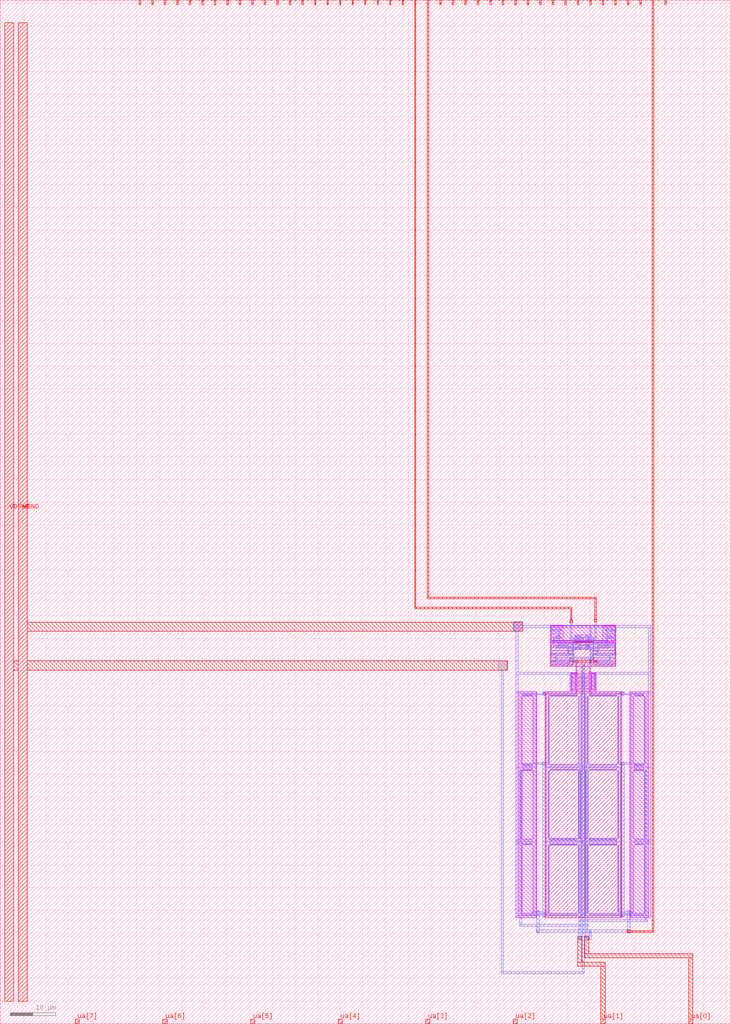
<source format=lef>
VERSION 5.7 ;
  NOWIREEXTENSIONATPIN ON ;
  DIVIDERCHAR "/" ;
  BUSBITCHARS "[]" ;
MACRO time_domain_comparator_its
  CLASS BLOCK ;
  FOREIGN time_domain_comparator_its ;
  ORIGIN 0.000 0.000 ;
  SIZE 161.000 BY 225.760 ;
  PIN clk
    DIRECTION INPUT ;
    USE SIGNAL ;
    ANTENNAGATEAREA 240.000000 ;
    PORT
      LAYER met4 ;
        RECT 143.830 224.760 144.130 225.760 ;
    END
  END clk
  PIN ena
    DIRECTION INPUT ;
    USE SIGNAL ;
    PORT
      LAYER met4 ;
        RECT 146.590 224.760 146.890 225.760 ;
    END
  END ena
  PIN rst_n
    DIRECTION INPUT ;
    USE SIGNAL ;
    PORT
      LAYER met4 ;
        RECT 141.070 224.760 141.370 225.760 ;
    END
  END rst_n
  PIN ua[0]
    DIRECTION INOUT ;
    USE SIGNAL ;
    ANTENNAGATEAREA 120.000000 ;
    PORT
      LAYER met4 ;
        RECT 151.810 0.000 152.710 1.000 ;
    END
  END ua[0]
  PIN ua[1]
    DIRECTION INOUT ;
    USE SIGNAL ;
    ANTENNAGATEAREA 120.000000 ;
    PORT
      LAYER met4 ;
        RECT 132.490 0.000 133.390 1.000 ;
    END
  END ua[1]
  PIN ua[2]
    DIRECTION INOUT ;
    USE SIGNAL ;
    PORT
      LAYER met4 ;
        RECT 113.170 0.000 114.070 1.000 ;
    END
  END ua[2]
  PIN ua[3]
    DIRECTION INOUT ;
    USE SIGNAL ;
    PORT
      LAYER met4 ;
        RECT 93.850 0.000 94.750 1.000 ;
    END
  END ua[3]
  PIN ua[4]
    DIRECTION INOUT ;
    USE SIGNAL ;
    PORT
      LAYER met4 ;
        RECT 74.530 0.000 75.430 1.000 ;
    END
  END ua[4]
  PIN ua[5]
    DIRECTION INOUT ;
    USE SIGNAL ;
    PORT
      LAYER met4 ;
        RECT 55.210 0.000 56.110 1.000 ;
    END
  END ua[5]
  PIN ua[6]
    DIRECTION INOUT ;
    USE SIGNAL ;
    PORT
      LAYER met4 ;
        RECT 35.890 0.000 36.790 1.000 ;
    END
  END ua[6]
  PIN ua[7]
    DIRECTION INOUT ;
    USE SIGNAL ;
    PORT
      LAYER met4 ;
        RECT 16.570 0.000 17.470 1.000 ;
    END
  END ua[7]
  PIN ui_in[0]
    DIRECTION INPUT ;
    USE SIGNAL ;
    PORT
      LAYER met4 ;
        RECT 138.310 224.760 138.610 225.760 ;
    END
  END ui_in[0]
  PIN ui_in[1]
    DIRECTION INPUT ;
    USE SIGNAL ;
    PORT
      LAYER met4 ;
        RECT 135.550 224.760 135.850 225.760 ;
    END
  END ui_in[1]
  PIN ui_in[2]
    DIRECTION INPUT ;
    USE SIGNAL ;
    PORT
      LAYER met4 ;
        RECT 132.790 224.760 133.090 225.760 ;
    END
  END ui_in[2]
  PIN ui_in[3]
    DIRECTION INPUT ;
    USE SIGNAL ;
    PORT
      LAYER met4 ;
        RECT 130.030 224.760 130.330 225.760 ;
    END
  END ui_in[3]
  PIN ui_in[4]
    DIRECTION INPUT ;
    USE SIGNAL ;
    PORT
      LAYER met4 ;
        RECT 127.270 224.760 127.570 225.760 ;
    END
  END ui_in[4]
  PIN ui_in[5]
    DIRECTION INPUT ;
    USE SIGNAL ;
    PORT
      LAYER met4 ;
        RECT 124.510 224.760 124.810 225.760 ;
    END
  END ui_in[5]
  PIN ui_in[6]
    DIRECTION INPUT ;
    USE SIGNAL ;
    PORT
      LAYER met4 ;
        RECT 121.750 224.760 122.050 225.760 ;
    END
  END ui_in[6]
  PIN ui_in[7]
    DIRECTION INPUT ;
    USE SIGNAL ;
    PORT
      LAYER met4 ;
        RECT 118.990 224.760 119.290 225.760 ;
    END
  END ui_in[7]
  PIN uio_in[0]
    DIRECTION INPUT ;
    USE SIGNAL ;
    PORT
      LAYER met4 ;
        RECT 116.230 224.760 116.530 225.760 ;
    END
  END uio_in[0]
  PIN uio_in[1]
    DIRECTION INPUT ;
    USE SIGNAL ;
    PORT
      LAYER met4 ;
        RECT 113.470 224.760 113.770 225.760 ;
    END
  END uio_in[1]
  PIN uio_in[2]
    DIRECTION INPUT ;
    USE SIGNAL ;
    PORT
      LAYER met4 ;
        RECT 110.710 224.760 111.010 225.760 ;
    END
  END uio_in[2]
  PIN uio_in[3]
    DIRECTION INPUT ;
    USE SIGNAL ;
    PORT
      LAYER met4 ;
        RECT 107.950 224.760 108.250 225.760 ;
    END
  END uio_in[3]
  PIN uio_in[4]
    DIRECTION INPUT ;
    USE SIGNAL ;
    PORT
      LAYER met4 ;
        RECT 105.190 224.760 105.490 225.760 ;
    END
  END uio_in[4]
  PIN uio_in[5]
    DIRECTION INPUT ;
    USE SIGNAL ;
    PORT
      LAYER met4 ;
        RECT 102.430 224.760 102.730 225.760 ;
    END
  END uio_in[5]
  PIN uio_in[6]
    DIRECTION INPUT ;
    USE SIGNAL ;
    PORT
      LAYER met4 ;
        RECT 99.670 224.760 99.970 225.760 ;
    END
  END uio_in[6]
  PIN uio_in[7]
    DIRECTION INPUT ;
    USE SIGNAL ;
    PORT
      LAYER met4 ;
        RECT 96.910 224.760 97.210 225.760 ;
    END
  END uio_in[7]
  PIN uio_oe[0]
    DIRECTION OUTPUT ;
    USE SIGNAL ;
    PORT
      LAYER met4 ;
        RECT 49.990 224.760 50.290 225.760 ;
    END
  END uio_oe[0]
  PIN uio_oe[1]
    DIRECTION OUTPUT ;
    USE SIGNAL ;
    PORT
      LAYER met4 ;
        RECT 47.230 224.760 47.530 225.760 ;
    END
  END uio_oe[1]
  PIN uio_oe[2]
    DIRECTION OUTPUT ;
    USE SIGNAL ;
    PORT
      LAYER met4 ;
        RECT 44.470 224.760 44.770 225.760 ;
    END
  END uio_oe[2]
  PIN uio_oe[3]
    DIRECTION OUTPUT ;
    USE SIGNAL ;
    PORT
      LAYER met4 ;
        RECT 41.710 224.760 42.010 225.760 ;
    END
  END uio_oe[3]
  PIN uio_oe[4]
    DIRECTION OUTPUT ;
    USE SIGNAL ;
    PORT
      LAYER met4 ;
        RECT 38.950 224.760 39.250 225.760 ;
    END
  END uio_oe[4]
  PIN uio_oe[5]
    DIRECTION OUTPUT ;
    USE SIGNAL ;
    PORT
      LAYER met4 ;
        RECT 36.190 224.760 36.490 225.760 ;
    END
  END uio_oe[5]
  PIN uio_oe[6]
    DIRECTION OUTPUT ;
    USE SIGNAL ;
    PORT
      LAYER met4 ;
        RECT 33.430 224.760 33.730 225.760 ;
    END
  END uio_oe[6]
  PIN uio_oe[7]
    DIRECTION OUTPUT ;
    USE SIGNAL ;
    PORT
      LAYER met4 ;
        RECT 30.670 224.760 30.970 225.760 ;
    END
  END uio_oe[7]
  PIN uio_out[0]
    DIRECTION OUTPUT ;
    USE SIGNAL ;
    PORT
      LAYER met4 ;
        RECT 72.070 224.760 72.370 225.760 ;
    END
  END uio_out[0]
  PIN uio_out[1]
    DIRECTION OUTPUT ;
    USE SIGNAL ;
    PORT
      LAYER met4 ;
        RECT 69.310 224.760 69.610 225.760 ;
    END
  END uio_out[1]
  PIN uio_out[2]
    DIRECTION OUTPUT ;
    USE SIGNAL ;
    PORT
      LAYER met4 ;
        RECT 66.550 224.760 66.850 225.760 ;
    END
  END uio_out[2]
  PIN uio_out[3]
    DIRECTION OUTPUT ;
    USE SIGNAL ;
    PORT
      LAYER met4 ;
        RECT 63.790 224.760 64.090 225.760 ;
    END
  END uio_out[3]
  PIN uio_out[4]
    DIRECTION OUTPUT ;
    USE SIGNAL ;
    PORT
      LAYER met4 ;
        RECT 61.030 224.760 61.330 225.760 ;
    END
  END uio_out[4]
  PIN uio_out[5]
    DIRECTION OUTPUT ;
    USE SIGNAL ;
    PORT
      LAYER met4 ;
        RECT 58.270 224.760 58.570 225.760 ;
    END
  END uio_out[5]
  PIN uio_out[6]
    DIRECTION OUTPUT ;
    USE SIGNAL ;
    PORT
      LAYER met4 ;
        RECT 55.510 224.760 55.810 225.760 ;
    END
  END uio_out[6]
  PIN uio_out[7]
    DIRECTION OUTPUT ;
    USE SIGNAL ;
    PORT
      LAYER met4 ;
        RECT 52.750 224.760 53.050 225.760 ;
    END
  END uio_out[7]
  PIN uo_out[0]
    DIRECTION OUTPUT ;
    USE SIGNAL ;
    ANTENNAGATEAREA 0.247500 ;
    ANTENNADIFFAREA 0.439000 ;
    PORT
      LAYER met4 ;
        RECT 94.150 224.760 94.450 225.760 ;
    END
  END uo_out[0]
  PIN uo_out[1]
    DIRECTION OUTPUT ;
    USE SIGNAL ;
    ANTENNAGATEAREA 0.247500 ;
    ANTENNADIFFAREA 0.439000 ;
    PORT
      LAYER met4 ;
        RECT 91.390 224.760 91.690 225.760 ;
    END
  END uo_out[1]
  PIN uo_out[2]
    DIRECTION OUTPUT ;
    USE SIGNAL ;
    PORT
      LAYER met4 ;
        RECT 88.630 224.760 88.930 225.760 ;
    END
  END uo_out[2]
  PIN uo_out[3]
    DIRECTION OUTPUT ;
    USE SIGNAL ;
    PORT
      LAYER met4 ;
        RECT 85.870 224.760 86.170 225.760 ;
    END
  END uo_out[3]
  PIN uo_out[4]
    DIRECTION OUTPUT ;
    USE SIGNAL ;
    PORT
      LAYER met4 ;
        RECT 83.110 224.760 83.410 225.760 ;
    END
  END uo_out[4]
  PIN uo_out[5]
    DIRECTION OUTPUT ;
    USE SIGNAL ;
    PORT
      LAYER met4 ;
        RECT 80.350 224.760 80.650 225.760 ;
    END
  END uo_out[5]
  PIN uo_out[6]
    DIRECTION OUTPUT ;
    USE SIGNAL ;
    PORT
      LAYER met4 ;
        RECT 77.590 224.760 77.890 225.760 ;
    END
  END uo_out[6]
  PIN uo_out[7]
    DIRECTION OUTPUT ;
    USE SIGNAL ;
    PORT
      LAYER met4 ;
        RECT 74.830 224.760 75.130 225.760 ;
    END
  END uo_out[7]
  PIN VDPWR
    DIRECTION INOUT ;
    USE POWER ;
    PORT
      LAYER met4 ;
        RECT 1.000 5.000 3.000 220.760 ;
    END
  END VDPWR
  PIN VGND
    DIRECTION INOUT ;
    USE GROUND ;
    PORT
      LAYER met4 ;
        RECT 4.000 5.000 6.000 220.760 ;
    END
  END VGND
  OBS
      LAYER pwell ;
        RECT 121.335 87.745 124.435 87.845 ;
        RECT 132.665 87.745 135.765 87.845 ;
        RECT 121.335 84.425 135.765 87.745 ;
        RECT 121.335 84.155 124.435 84.425 ;
      LAYER nwell ;
        RECT 126.525 84.155 130.575 84.220 ;
      LAYER pwell ;
        RECT 132.665 84.155 135.765 84.425 ;
      LAYER nwell ;
        RECT 121.335 78.885 135.765 84.155 ;
      LAYER pwell ;
        RECT 125.780 77.390 125.950 77.415 ;
        RECT 125.780 77.245 126.880 77.390 ;
        RECT 125.970 73.520 126.880 77.245 ;
      LAYER nwell ;
        RECT 127.170 73.250 130.000 78.885 ;
      LAYER pwell ;
        RECT 131.220 77.390 131.390 77.415 ;
        RECT 130.290 77.245 131.390 77.390 ;
        RECT 130.290 73.520 131.200 77.245 ;
        RECT 114.240 23.425 118.340 73.245 ;
      LAYER nwell ;
        RECT 120.160 23.430 137.035 73.250 ;
      LAYER pwell ;
        RECT 138.855 23.425 142.955 73.245 ;
      LAYER li1 ;
        RECT 121.515 87.495 124.255 87.665 ;
        RECT 121.515 86.085 121.685 87.495 ;
        RECT 122.025 86.625 122.195 86.955 ;
        RECT 122.365 86.925 123.405 87.095 ;
        RECT 122.365 86.485 123.405 86.655 ;
        RECT 123.575 86.625 123.745 86.955 ;
        RECT 124.085 86.085 124.255 87.495 ;
        RECT 121.515 85.915 124.255 86.085 ;
        RECT 121.515 84.505 121.685 85.915 ;
        RECT 122.025 85.045 122.195 85.375 ;
        RECT 122.365 85.345 123.405 85.515 ;
        RECT 122.365 84.905 123.405 85.075 ;
        RECT 123.575 85.045 123.745 85.375 ;
        RECT 124.085 84.505 124.255 85.915 ;
        RECT 132.845 87.495 135.585 87.665 ;
        RECT 132.845 86.085 133.015 87.495 ;
        RECT 133.355 86.625 133.525 86.955 ;
        RECT 133.695 86.925 134.735 87.095 ;
        RECT 133.695 86.485 134.735 86.655 ;
        RECT 134.905 86.625 135.075 86.955 ;
        RECT 135.415 86.085 135.585 87.495 ;
        RECT 132.845 85.915 135.585 86.085 ;
        RECT 126.715 85.440 128.095 85.610 ;
        RECT 129.005 85.440 130.385 85.610 ;
        RECT 126.800 84.640 127.110 85.440 ;
        RECT 127.315 84.640 128.010 85.270 ;
        RECT 129.090 84.640 129.400 85.440 ;
        RECT 129.605 84.640 130.300 85.270 ;
        RECT 121.515 84.335 124.255 84.505 ;
        RECT 126.810 84.200 127.145 84.470 ;
        RECT 127.315 84.040 127.485 84.640 ;
        RECT 127.655 84.200 127.990 84.450 ;
        RECT 129.100 84.200 129.435 84.470 ;
        RECT 129.605 84.040 129.775 84.640 ;
        RECT 132.845 84.505 133.015 85.915 ;
        RECT 133.355 85.045 133.525 85.375 ;
        RECT 133.695 85.345 134.735 85.515 ;
        RECT 133.695 84.905 134.735 85.075 ;
        RECT 134.905 85.045 135.075 85.375 ;
        RECT 135.415 84.505 135.585 85.915 ;
        RECT 129.945 84.200 130.280 84.450 ;
        RECT 132.845 84.335 135.585 84.505 ;
        RECT 121.515 83.805 126.345 83.975 ;
        RECT 121.515 82.395 121.685 83.805 ;
        RECT 122.025 82.935 122.195 83.265 ;
        RECT 122.410 83.235 125.450 83.405 ;
        RECT 122.410 82.795 125.450 82.965 ;
        RECT 125.665 82.935 125.835 83.265 ;
        RECT 126.175 82.395 126.345 83.805 ;
        RECT 126.800 82.890 127.080 84.030 ;
        RECT 127.250 83.060 127.580 84.040 ;
        RECT 127.750 82.890 128.010 84.030 ;
        RECT 129.090 82.890 129.370 84.030 ;
        RECT 129.540 83.060 129.870 84.040 ;
        RECT 130.040 82.890 130.300 84.030 ;
        RECT 130.755 83.805 135.585 83.975 ;
        RECT 126.715 82.720 128.095 82.890 ;
        RECT 129.005 82.720 130.385 82.890 ;
        RECT 121.515 82.225 126.345 82.395 ;
        RECT 121.515 80.815 121.685 82.225 ;
        RECT 122.025 81.355 122.195 81.685 ;
        RECT 122.410 81.655 125.450 81.825 ;
        RECT 122.410 81.215 125.450 81.385 ;
        RECT 125.665 81.355 125.835 81.685 ;
        RECT 126.175 80.815 126.345 82.225 ;
        RECT 121.515 80.645 126.345 80.815 ;
        RECT 121.515 79.235 121.685 80.645 ;
        RECT 122.025 79.775 122.195 80.105 ;
        RECT 122.410 80.075 125.450 80.245 ;
        RECT 122.410 79.635 125.450 79.805 ;
        RECT 125.665 79.775 125.835 80.105 ;
        RECT 126.175 79.235 126.345 80.645 ;
        RECT 121.515 79.065 126.345 79.235 ;
        RECT 130.755 82.395 130.925 83.805 ;
        RECT 131.265 82.935 131.435 83.265 ;
        RECT 131.650 83.235 134.690 83.405 ;
        RECT 131.650 82.795 134.690 82.965 ;
        RECT 134.905 82.935 135.075 83.265 ;
        RECT 135.415 82.395 135.585 83.805 ;
        RECT 130.755 82.225 135.585 82.395 ;
        RECT 130.755 80.815 130.925 82.225 ;
        RECT 131.265 81.355 131.435 81.685 ;
        RECT 131.650 81.655 134.690 81.825 ;
        RECT 131.650 81.215 134.690 81.385 ;
        RECT 134.905 81.355 135.075 81.685 ;
        RECT 135.415 80.815 135.585 82.225 ;
        RECT 130.755 80.645 135.585 80.815 ;
        RECT 130.755 79.235 130.925 80.645 ;
        RECT 131.265 79.775 131.435 80.105 ;
        RECT 131.650 80.075 134.690 80.245 ;
        RECT 131.650 79.635 134.690 79.805 ;
        RECT 134.905 79.775 135.075 80.105 ;
        RECT 135.415 79.235 135.585 80.645 ;
        RECT 130.755 79.065 135.585 79.235 ;
        RECT 125.780 77.305 125.950 77.560 ;
        RECT 125.780 77.050 126.410 77.305 ;
        RECT 126.580 77.130 127.530 77.475 ;
        RECT 128.500 77.305 128.670 77.560 ;
        RECT 125.780 76.380 125.950 77.050 ;
        RECT 126.580 76.880 126.770 77.130 ;
        RECT 127.360 76.880 127.530 77.130 ;
        RECT 127.700 77.050 129.470 77.305 ;
        RECT 129.640 77.130 130.590 77.475 ;
        RECT 131.220 77.305 131.390 77.560 ;
        RECT 126.120 76.550 126.770 76.880 ;
        RECT 125.780 76.210 126.410 76.380 ;
        RECT 125.780 75.540 125.950 76.210 ;
        RECT 126.580 76.040 126.770 76.550 ;
        RECT 126.120 75.710 126.770 76.040 ;
        RECT 125.780 75.370 126.410 75.540 ;
        RECT 125.780 74.700 125.950 75.370 ;
        RECT 126.580 75.200 126.770 75.710 ;
        RECT 126.120 74.870 126.770 75.200 ;
        RECT 125.780 74.530 126.410 74.700 ;
        RECT 125.780 73.860 125.950 74.530 ;
        RECT 126.580 74.360 126.770 74.870 ;
        RECT 126.120 74.030 126.770 74.360 ;
        RECT 125.780 73.555 126.410 73.860 ;
        RECT 126.580 73.825 126.770 74.030 ;
        RECT 126.940 74.025 127.190 76.880 ;
        RECT 127.360 76.550 128.330 76.880 ;
        RECT 127.360 76.040 127.530 76.550 ;
        RECT 128.500 76.380 128.670 77.050 ;
        RECT 129.640 76.880 129.810 77.130 ;
        RECT 130.400 76.880 130.590 77.130 ;
        RECT 130.760 77.050 131.390 77.305 ;
        RECT 128.840 76.550 129.810 76.880 ;
        RECT 127.700 76.210 129.470 76.380 ;
        RECT 127.360 75.710 128.330 76.040 ;
        RECT 127.360 75.200 127.530 75.710 ;
        RECT 128.500 75.540 128.670 76.210 ;
        RECT 129.640 76.040 129.810 76.550 ;
        RECT 128.840 75.710 129.810 76.040 ;
        RECT 127.700 75.370 129.470 75.540 ;
        RECT 127.360 74.870 128.330 75.200 ;
        RECT 127.360 74.360 127.530 74.870 ;
        RECT 128.500 74.700 128.670 75.370 ;
        RECT 129.640 75.200 129.810 75.710 ;
        RECT 128.840 74.870 129.810 75.200 ;
        RECT 127.700 74.530 129.470 74.700 ;
        RECT 127.360 74.030 128.330 74.360 ;
        RECT 127.360 73.825 127.530 74.030 ;
        RECT 128.500 73.860 128.670 74.530 ;
        RECT 129.640 74.360 129.810 74.870 ;
        RECT 128.840 74.030 129.810 74.360 ;
        RECT 113.740 73.245 114.240 73.425 ;
        RECT 125.780 73.420 125.950 73.555 ;
        RECT 126.580 73.505 127.530 73.825 ;
        RECT 127.700 73.560 129.470 73.860 ;
        RECT 129.640 73.825 129.810 74.030 ;
        RECT 129.980 74.025 130.230 76.880 ;
        RECT 130.400 76.550 131.050 76.880 ;
        RECT 130.400 76.040 130.590 76.550 ;
        RECT 131.220 76.380 131.390 77.050 ;
        RECT 130.760 76.210 131.390 76.380 ;
        RECT 130.400 75.710 131.050 76.040 ;
        RECT 130.400 75.200 130.590 75.710 ;
        RECT 131.220 75.540 131.390 76.210 ;
        RECT 130.760 75.370 131.390 75.540 ;
        RECT 130.400 74.870 131.050 75.200 ;
        RECT 130.400 74.360 130.590 74.870 ;
        RECT 131.220 74.700 131.390 75.370 ;
        RECT 130.760 74.530 131.390 74.700 ;
        RECT 130.400 74.030 131.050 74.360 ;
        RECT 130.400 73.825 130.590 74.030 ;
        RECT 131.220 73.860 131.390 74.530 ;
        RECT 128.500 73.420 128.670 73.560 ;
        RECT 129.640 73.505 130.590 73.825 ;
        RECT 130.760 73.555 131.390 73.860 ;
        RECT 131.220 73.420 131.390 73.555 ;
        RECT 113.740 72.895 118.160 73.245 ;
        RECT 113.740 56.635 114.590 72.895 ;
        RECT 115.270 72.325 117.310 72.495 ;
        RECT 114.930 57.265 115.100 72.265 ;
        RECT 117.480 57.265 117.650 72.265 ;
        RECT 115.270 57.035 117.310 57.205 ;
        RECT 117.990 56.635 118.160 72.895 ;
        RECT 113.740 56.465 118.160 56.635 ;
        RECT 113.740 40.205 114.590 56.465 ;
        RECT 115.270 55.895 117.310 56.065 ;
        RECT 114.930 40.835 115.100 55.835 ;
        RECT 117.480 40.835 117.650 55.835 ;
        RECT 115.270 40.605 117.310 40.775 ;
        RECT 117.990 40.205 118.160 56.465 ;
        RECT 113.740 40.035 118.160 40.205 ;
        RECT 113.740 23.775 114.590 40.035 ;
        RECT 115.270 39.465 117.310 39.635 ;
        RECT 114.930 24.405 115.100 39.405 ;
        RECT 117.480 24.405 117.650 39.405 ;
        RECT 115.270 24.175 117.310 24.345 ;
        RECT 117.990 23.775 118.160 40.035 ;
        RECT 113.740 23.425 118.160 23.775 ;
        RECT 120.340 72.900 128.350 73.250 ;
        RECT 120.340 56.640 120.510 72.900 ;
        RECT 121.235 72.330 127.275 72.500 ;
        RECT 120.850 57.270 121.020 72.270 ;
        RECT 127.490 57.270 127.660 72.270 ;
        RECT 121.235 57.040 127.275 57.210 ;
        RECT 128.000 56.640 128.350 72.900 ;
        RECT 120.340 56.470 128.350 56.640 ;
        RECT 120.340 40.210 120.510 56.470 ;
        RECT 121.235 55.900 127.275 56.070 ;
        RECT 120.850 40.840 121.020 55.840 ;
        RECT 127.490 40.840 127.660 55.840 ;
        RECT 121.235 40.610 127.275 40.780 ;
        RECT 128.000 40.210 128.350 56.470 ;
        RECT 120.340 40.040 128.350 40.210 ;
        RECT 120.340 23.780 120.510 40.040 ;
        RECT 121.235 39.470 127.275 39.640 ;
        RECT 120.850 24.410 121.020 39.410 ;
        RECT 127.490 24.410 127.660 39.410 ;
        RECT 121.235 24.180 127.275 24.350 ;
        RECT 128.000 23.780 128.350 40.040 ;
        RECT 120.340 23.430 128.350 23.780 ;
        RECT 128.845 72.900 136.855 73.250 ;
        RECT 142.955 73.245 143.455 73.425 ;
        RECT 128.845 56.640 129.195 72.900 ;
        RECT 129.920 72.330 135.960 72.500 ;
        RECT 129.535 57.270 129.705 72.270 ;
        RECT 136.175 57.270 136.345 72.270 ;
        RECT 129.920 57.040 135.960 57.210 ;
        RECT 136.685 56.640 136.855 72.900 ;
        RECT 128.845 56.470 136.855 56.640 ;
        RECT 128.845 40.210 129.195 56.470 ;
        RECT 129.920 55.900 135.960 56.070 ;
        RECT 129.535 40.840 129.705 55.840 ;
        RECT 136.175 40.840 136.345 55.840 ;
        RECT 129.920 40.610 135.960 40.780 ;
        RECT 136.685 40.210 136.855 56.470 ;
        RECT 128.845 40.040 136.855 40.210 ;
        RECT 128.845 23.780 129.195 40.040 ;
        RECT 129.920 39.470 135.960 39.640 ;
        RECT 129.535 24.410 129.705 39.410 ;
        RECT 136.175 24.410 136.345 39.410 ;
        RECT 129.920 24.180 135.960 24.350 ;
        RECT 136.685 23.780 136.855 40.040 ;
        RECT 128.845 23.430 136.855 23.780 ;
        RECT 139.035 72.895 143.455 73.245 ;
        RECT 139.035 56.635 139.205 72.895 ;
        RECT 139.885 72.325 141.925 72.495 ;
        RECT 139.545 57.265 139.715 72.265 ;
        RECT 142.095 57.265 142.265 72.265 ;
        RECT 139.885 57.035 141.925 57.205 ;
        RECT 142.605 56.635 143.455 72.895 ;
        RECT 139.035 56.465 143.455 56.635 ;
        RECT 139.035 40.205 139.205 56.465 ;
        RECT 139.885 55.895 141.925 56.065 ;
        RECT 139.545 40.835 139.715 55.835 ;
        RECT 142.095 40.835 142.265 55.835 ;
        RECT 139.885 40.605 141.925 40.775 ;
        RECT 142.605 40.205 143.455 56.465 ;
        RECT 139.035 40.035 143.455 40.205 ;
        RECT 139.035 23.775 139.205 40.035 ;
        RECT 139.885 39.465 141.925 39.635 ;
        RECT 139.545 24.405 139.715 39.405 ;
        RECT 142.095 24.405 142.265 39.405 ;
        RECT 139.885 24.175 141.925 24.345 ;
        RECT 142.605 23.775 143.455 40.035 ;
        RECT 139.035 23.425 143.455 23.775 ;
      LAYER met1 ;
        RECT 113.190 87.845 115.290 88.570 ;
        RECT 113.190 87.360 143.485 87.845 ;
        RECT 113.190 86.570 115.290 87.360 ;
        RECT 123.135 87.125 123.385 87.360 ;
        RECT 121.285 86.625 121.665 86.955 ;
        RECT 121.845 86.625 122.225 86.955 ;
        RECT 122.385 86.895 123.385 87.125 ;
        RECT 113.710 77.560 114.270 86.570 ;
        RECT 121.335 81.685 121.595 86.625 ;
        RECT 122.385 86.455 123.385 86.685 ;
        RECT 123.545 86.625 123.825 86.955 ;
        RECT 123.135 85.545 123.385 86.455 ;
        RECT 130.070 85.765 130.385 87.360 ;
        RECT 133.715 87.125 133.965 87.360 ;
        RECT 133.275 86.625 133.555 86.955 ;
        RECT 133.715 86.895 134.715 87.125 ;
        RECT 133.715 86.455 134.715 86.685 ;
        RECT 134.875 86.625 135.255 86.955 ;
        RECT 135.435 86.625 135.815 86.955 ;
        RECT 121.945 84.595 122.225 85.375 ;
        RECT 122.385 85.315 123.385 85.545 ;
        RECT 122.385 84.875 123.385 85.105 ;
        RECT 123.545 85.045 123.825 85.375 ;
        RECT 126.715 85.285 130.390 85.765 ;
        RECT 133.715 85.545 133.965 86.455 ;
        RECT 121.895 84.335 122.275 84.595 ;
        RECT 121.945 82.935 122.225 84.335 ;
        RECT 123.135 83.975 123.385 84.875 ;
        RECT 127.640 84.810 128.675 85.090 ;
        RECT 129.720 84.835 130.110 85.115 ;
        RECT 133.275 85.045 133.555 85.375 ;
        RECT 133.715 85.315 134.715 85.545 ;
        RECT 133.715 84.875 134.715 85.105 ;
        RECT 126.800 84.135 127.135 84.480 ;
        RECT 123.085 83.715 123.465 83.975 ;
        RECT 126.165 83.715 126.525 83.975 ;
        RECT 126.750 83.865 127.185 84.135 ;
        RECT 123.135 83.435 123.385 83.715 ;
        RECT 122.430 83.205 125.430 83.435 ;
        RECT 122.430 82.765 125.480 82.995 ;
        RECT 125.635 82.935 125.915 83.265 ;
        RECT 125.120 82.735 125.480 82.765 ;
        RECT 126.215 82.395 126.475 83.715 ;
        RECT 127.655 83.695 127.990 84.530 ;
        RECT 128.395 84.505 128.675 84.810 ;
        RECT 133.715 84.595 133.965 84.875 ;
        RECT 128.395 84.225 129.435 84.505 ;
        RECT 129.895 84.200 130.330 84.530 ;
        RECT 130.575 84.335 130.935 84.595 ;
        RECT 133.635 84.335 134.015 84.595 ;
        RECT 127.655 83.525 129.850 83.695 ;
        RECT 127.655 83.360 129.900 83.525 ;
        RECT 129.510 83.245 129.900 83.360 ;
        RECT 126.715 82.565 130.385 83.045 ;
        RECT 125.120 82.135 125.480 82.395 ;
        RECT 126.165 82.135 126.525 82.395 ;
        RECT 125.170 81.855 125.430 82.135 ;
        RECT 121.285 81.355 121.665 81.685 ;
        RECT 121.895 81.355 122.275 81.685 ;
        RECT 122.430 81.625 125.430 81.855 ;
        RECT 125.170 81.620 125.430 81.625 ;
        RECT 122.430 81.185 125.430 81.415 ;
        RECT 125.585 81.355 125.965 81.685 ;
        RECT 122.430 80.275 122.680 81.185 ;
        RECT 125.585 80.465 125.965 80.795 ;
        RECT 121.895 79.775 122.275 80.105 ;
        RECT 122.430 80.045 125.430 80.275 ;
        RECT 125.635 80.105 125.915 80.465 ;
        RECT 122.430 79.605 125.430 79.835 ;
        RECT 125.585 79.775 125.965 80.105 ;
        RECT 125.180 79.370 125.430 79.605 ;
        RECT 128.295 79.370 128.895 79.405 ;
        RECT 130.070 79.370 130.385 82.565 ;
        RECT 130.625 82.395 130.885 84.335 ;
        RECT 133.715 83.435 133.965 84.335 ;
        RECT 134.875 83.975 135.155 85.375 ;
        RECT 134.825 83.715 135.205 83.975 ;
        RECT 131.185 82.935 131.465 83.265 ;
        RECT 131.670 83.205 134.670 83.435 ;
        RECT 131.620 82.765 134.670 82.995 ;
        RECT 134.875 82.935 135.155 83.715 ;
        RECT 131.620 82.735 131.980 82.765 ;
        RECT 130.575 82.135 130.935 82.395 ;
        RECT 131.620 82.135 131.980 82.395 ;
        RECT 131.670 81.855 131.930 82.135 ;
        RECT 130.525 81.355 130.905 81.685 ;
        RECT 131.135 81.355 131.515 81.685 ;
        RECT 131.670 81.625 134.670 81.855 ;
        RECT 135.505 81.685 135.765 86.625 ;
        RECT 130.575 80.795 130.855 81.355 ;
        RECT 131.670 81.185 134.670 81.415 ;
        RECT 134.825 81.355 135.205 81.685 ;
        RECT 135.435 81.355 135.815 81.685 ;
        RECT 130.575 80.465 130.975 80.795 ;
        RECT 130.575 80.415 130.855 80.465 ;
        RECT 134.420 80.275 134.670 81.185 ;
        RECT 131.135 79.775 131.515 80.105 ;
        RECT 131.670 80.045 134.670 80.275 ;
        RECT 131.670 79.605 134.670 79.835 ;
        RECT 134.875 79.775 135.155 80.105 ;
        RECT 131.670 79.370 131.920 79.605 ;
        RECT 121.335 78.885 135.765 79.370 ;
        RECT 113.710 77.060 126.105 77.560 ;
        RECT 126.910 77.135 127.170 77.525 ;
        RECT 113.710 40.545 114.270 77.060 ;
        RECT 125.625 73.420 126.105 77.060 ;
        RECT 119.660 72.765 120.160 73.065 ;
        RECT 126.910 72.765 127.140 76.860 ;
        RECT 115.290 72.515 127.255 72.765 ;
        RECT 128.295 72.650 128.895 78.885 ;
        RECT 131.065 77.555 131.545 77.560 ;
        RECT 142.925 77.555 143.485 87.360 ;
        RECT 129.970 77.135 130.230 77.525 ;
        RECT 131.065 77.055 143.485 77.555 ;
        RECT 130.030 72.765 130.260 76.860 ;
        RECT 131.065 73.420 131.545 77.055 ;
        RECT 137.035 72.765 137.535 73.065 ;
        RECT 115.290 72.265 117.290 72.515 ;
        RECT 119.660 72.465 120.160 72.515 ;
        RECT 121.255 72.270 127.255 72.515 ;
        RECT 114.900 57.285 115.130 72.245 ;
        RECT 117.450 57.535 117.680 72.245 ;
        RECT 119.575 57.535 120.235 57.610 ;
        RECT 120.820 57.535 121.050 72.250 ;
        RECT 115.290 56.925 117.290 57.315 ;
        RECT 117.450 57.285 121.050 57.535 ;
        RECT 127.460 57.290 127.690 72.250 ;
        RECT 119.575 57.010 120.235 57.285 ;
        RECT 121.255 56.980 127.255 57.240 ;
        RECT 128.140 56.980 129.055 72.650 ;
        RECT 129.940 72.515 141.905 72.765 ;
        RECT 129.940 72.270 135.940 72.515 ;
        RECT 137.035 72.465 137.535 72.515 ;
        RECT 139.905 72.265 141.905 72.515 ;
        RECT 129.505 57.290 129.735 72.250 ;
        RECT 136.145 57.535 136.375 72.250 ;
        RECT 136.960 57.535 137.620 57.610 ;
        RECT 139.515 57.535 139.745 72.245 ;
        RECT 136.145 57.285 139.745 57.535 ;
        RECT 129.940 56.980 135.940 57.240 ;
        RECT 136.960 57.010 137.620 57.285 ;
        RECT 121.255 56.670 135.940 56.980 ;
        RECT 139.905 56.925 141.905 57.315 ;
        RECT 142.065 57.285 142.295 72.245 ;
        RECT 120.760 56.440 136.435 56.670 ;
        RECT 114.630 55.815 114.930 55.885 ;
        RECT 114.630 40.855 115.130 55.815 ;
        RECT 115.290 55.785 117.290 56.175 ;
        RECT 121.255 56.130 135.940 56.440 ;
        RECT 121.255 55.870 127.255 56.130 ;
        RECT 127.660 55.820 127.960 55.890 ;
        RECT 117.450 40.855 117.680 55.815 ;
        RECT 120.820 40.860 121.050 55.820 ;
        RECT 114.630 40.785 114.930 40.855 ;
        RECT 115.290 40.545 117.290 40.805 ;
        RECT 113.710 39.695 117.290 40.545 ;
        RECT 121.255 40.500 127.255 40.890 ;
        RECT 127.460 40.860 127.960 55.820 ;
        RECT 127.660 40.790 127.960 40.860 ;
        RECT 128.140 40.460 129.055 56.130 ;
        RECT 129.235 55.820 129.535 55.890 ;
        RECT 129.940 55.870 135.940 56.130 ;
        RECT 129.235 40.860 129.735 55.820 ;
        RECT 129.235 40.790 129.535 40.860 ;
        RECT 129.940 40.500 135.940 40.890 ;
        RECT 136.145 40.860 136.375 55.820 ;
        RECT 139.515 40.855 139.745 55.815 ;
        RECT 139.905 55.785 141.905 56.175 ;
        RECT 142.265 55.815 142.565 55.885 ;
        RECT 142.065 40.855 142.565 55.815 ;
        RECT 139.905 40.545 141.905 40.805 ;
        RECT 142.265 40.785 142.565 40.855 ;
        RECT 142.925 40.545 143.485 77.055 ;
        RECT 128.295 39.790 128.895 40.460 ;
        RECT 113.710 23.365 114.270 39.695 ;
        RECT 115.290 39.435 117.290 39.695 ;
        RECT 114.900 24.425 115.130 39.385 ;
        RECT 117.450 24.675 117.680 39.385 ;
        RECT 118.340 24.675 118.840 24.975 ;
        RECT 120.820 24.675 121.050 39.390 ;
        RECT 121.255 39.360 127.255 39.750 ;
        RECT 117.450 24.425 121.050 24.675 ;
        RECT 127.460 24.430 127.690 39.390 ;
        RECT 115.290 24.155 117.290 24.405 ;
        RECT 118.340 24.375 118.840 24.425 ;
        RECT 121.255 24.155 127.255 24.410 ;
        RECT 115.290 23.905 127.255 24.155 ;
        RECT 128.140 24.030 129.055 39.790 ;
        RECT 129.505 24.430 129.735 39.390 ;
        RECT 129.940 39.360 135.940 39.750 ;
        RECT 139.905 39.695 143.485 40.545 ;
        RECT 139.905 39.435 141.905 39.695 ;
        RECT 136.145 24.675 136.375 39.390 ;
        RECT 138.355 24.675 138.855 24.975 ;
        RECT 139.515 24.675 139.745 39.385 ;
        RECT 136.145 24.425 139.745 24.675 ;
        RECT 142.065 24.425 142.295 39.385 ;
        RECT 129.940 24.155 135.940 24.410 ;
        RECT 138.355 24.375 138.855 24.425 ;
        RECT 139.905 24.155 141.905 24.405 ;
        RECT 119.660 23.605 120.160 23.905 ;
        RECT 128.295 23.370 128.895 24.030 ;
        RECT 129.940 23.905 141.905 24.155 ;
        RECT 137.035 23.605 137.535 23.905 ;
        RECT 142.925 23.365 143.485 39.695 ;
        RECT 127.610 22.925 128.010 22.975 ;
        RECT 142.215 22.925 142.615 22.975 ;
        RECT 127.610 22.525 142.615 22.925 ;
        RECT 127.610 22.475 128.010 22.525 ;
        RECT 142.215 22.475 142.615 22.525 ;
        RECT 114.580 21.945 114.980 21.995 ;
        RECT 129.185 21.945 129.585 21.995 ;
        RECT 114.580 21.545 129.585 21.945 ;
        RECT 114.580 21.495 114.980 21.545 ;
        RECT 129.185 21.495 129.585 21.545 ;
        RECT 118.290 20.730 118.890 20.780 ;
        RECT 129.930 20.730 130.330 20.780 ;
        RECT 138.305 20.730 138.905 20.780 ;
        RECT 118.290 20.130 138.905 20.730 ;
        RECT 118.290 20.080 118.890 20.130 ;
        RECT 129.930 20.080 130.330 20.130 ;
        RECT 138.305 20.080 138.905 20.130 ;
      LAYER met2 ;
        RECT 125.760 88.995 126.020 89.255 ;
        RECT 131.145 89.245 131.425 89.255 ;
        RECT 113.240 86.520 115.240 88.620 ;
        RECT 125.675 88.410 126.170 88.995 ;
        RECT 131.045 88.660 131.540 89.245 ;
        RECT 121.335 86.955 121.615 87.005 ;
        RECT 121.895 86.955 122.175 87.005 ;
        RECT 121.335 86.625 122.175 86.955 ;
        RECT 121.335 86.575 121.615 86.625 ;
        RECT 121.895 86.575 122.175 86.625 ;
        RECT 125.760 85.070 126.020 88.410 ;
        RECT 127.690 85.070 127.980 85.140 ;
        RECT 125.760 84.810 127.980 85.070 ;
        RECT 127.690 84.760 127.980 84.810 ;
        RECT 129.770 85.115 130.060 85.165 ;
        RECT 131.145 85.115 131.425 88.660 ;
        RECT 134.925 86.955 135.205 87.005 ;
        RECT 135.485 86.955 135.765 87.005 ;
        RECT 134.925 86.625 135.765 86.955 ;
        RECT 134.925 86.575 135.205 86.625 ;
        RECT 135.485 86.575 135.765 86.625 ;
        RECT 129.770 84.835 131.425 85.115 ;
        RECT 129.770 84.785 130.060 84.835 ;
        RECT 121.945 84.595 122.225 84.645 ;
        RECT 130.625 84.595 130.885 84.645 ;
        RECT 133.685 84.595 133.965 84.645 ;
        RECT 121.945 84.335 133.965 84.595 ;
        RECT 121.945 84.285 122.225 84.335 ;
        RECT 123.135 83.975 123.415 84.025 ;
        RECT 126.215 83.975 126.475 84.025 ;
        RECT 126.800 83.975 127.135 84.185 ;
        RECT 129.945 84.150 130.280 84.335 ;
        RECT 130.625 84.285 130.885 84.335 ;
        RECT 133.685 84.285 133.965 84.335 ;
        RECT 134.875 83.975 135.155 84.025 ;
        RECT 123.135 83.715 135.155 83.975 ;
        RECT 123.135 83.665 123.415 83.715 ;
        RECT 126.215 83.665 126.475 83.715 ;
        RECT 134.875 83.665 135.155 83.715 ;
        RECT 129.560 83.195 129.850 83.575 ;
        RECT 125.170 82.995 125.430 83.045 ;
        RECT 131.670 82.995 131.930 83.045 ;
        RECT 125.170 82.735 131.930 82.995 ;
        RECT 125.170 82.685 125.430 82.735 ;
        RECT 126.845 82.515 127.105 82.735 ;
        RECT 127.770 82.515 128.030 82.735 ;
        RECT 129.150 82.515 129.410 82.735 ;
        RECT 130.070 82.515 130.330 82.735 ;
        RECT 131.670 82.685 131.930 82.735 ;
        RECT 125.170 82.395 125.430 82.445 ;
        RECT 126.215 82.395 126.475 82.445 ;
        RECT 125.170 82.135 126.475 82.395 ;
        RECT 125.170 82.085 125.430 82.135 ;
        RECT 126.215 82.085 126.475 82.135 ;
        RECT 130.625 82.395 130.885 82.445 ;
        RECT 131.670 82.395 131.930 82.445 ;
        RECT 130.625 82.135 131.930 82.395 ;
        RECT 130.625 82.085 130.885 82.135 ;
        RECT 131.670 82.085 131.930 82.135 ;
        RECT 121.335 81.685 121.615 81.735 ;
        RECT 121.945 81.685 122.225 81.735 ;
        RECT 121.335 81.355 122.225 81.685 ;
        RECT 121.335 81.305 121.615 81.355 ;
        RECT 121.945 81.305 122.225 81.355 ;
        RECT 125.635 81.685 125.915 81.735 ;
        RECT 126.245 81.685 126.525 81.735 ;
        RECT 125.635 81.355 126.525 81.685 ;
        RECT 125.635 81.305 125.915 81.355 ;
        RECT 126.245 81.305 126.525 81.355 ;
        RECT 130.575 81.685 130.855 81.735 ;
        RECT 131.185 81.685 131.465 81.735 ;
        RECT 130.575 81.355 131.465 81.685 ;
        RECT 130.575 81.305 130.855 81.355 ;
        RECT 131.185 81.305 131.465 81.355 ;
        RECT 134.875 81.685 135.155 81.735 ;
        RECT 135.485 81.685 135.765 81.735 ;
        RECT 134.875 81.355 135.765 81.685 ;
        RECT 134.875 81.305 135.155 81.355 ;
        RECT 135.485 81.305 135.765 81.355 ;
        RECT 125.635 80.795 125.915 80.845 ;
        RECT 130.640 80.795 130.925 80.845 ;
        RECT 125.635 80.465 130.925 80.795 ;
        RECT 125.635 80.415 125.915 80.465 ;
        RECT 121.945 80.105 122.225 80.155 ;
        RECT 109.850 77.960 111.850 80.060 ;
        RECT 121.335 79.775 122.225 80.105 ;
        RECT 121.945 79.725 122.225 79.775 ;
        RECT 125.635 79.725 125.915 80.155 ;
        RECT 126.915 80.080 127.170 80.160 ;
        RECT 126.855 79.800 127.235 80.080 ;
        RECT 110.450 11.500 110.925 77.960 ;
        RECT 126.915 77.475 127.170 79.800 ;
        RECT 126.860 77.185 127.220 77.475 ;
        RECT 119.610 72.515 120.210 73.250 ;
        RECT 119.605 57.535 120.205 57.640 ;
        RECT 115.240 55.835 117.340 57.265 ;
        RECT 119.605 57.040 120.210 57.535 ;
        RECT 114.580 21.945 114.980 55.835 ;
        RECT 114.530 21.545 115.030 21.945 ;
        RECT 118.290 20.730 118.890 24.925 ;
        RECT 119.605 24.155 120.205 57.040 ;
        RECT 121.205 39.410 127.305 40.840 ;
        RECT 119.605 23.655 120.210 24.155 ;
        RECT 119.605 23.650 120.205 23.655 ;
        RECT 127.610 22.925 128.010 55.840 ;
        RECT 127.560 22.525 128.060 22.925 ;
        RECT 128.320 22.765 128.880 79.400 ;
        RECT 129.970 77.475 130.230 80.465 ;
        RECT 130.640 80.415 130.925 80.465 ;
        RECT 131.185 79.725 131.465 80.155 ;
        RECT 129.920 77.185 130.280 77.475 ;
        RECT 136.985 72.515 137.585 73.250 ;
        RECT 136.990 57.535 137.590 57.640 ;
        RECT 136.985 57.040 137.590 57.535 ;
        RECT 118.240 20.130 118.940 20.730 ;
        RECT 127.610 19.025 128.010 22.525 ;
        RECT 127.550 18.470 128.060 19.025 ;
        RECT 128.360 11.500 128.835 22.765 ;
        RECT 129.185 21.945 129.585 55.840 ;
        RECT 129.890 39.410 135.990 40.840 ;
        RECT 136.990 24.155 137.590 57.040 ;
        RECT 139.855 55.835 141.955 57.265 ;
        RECT 136.985 23.655 137.590 24.155 ;
        RECT 136.990 23.650 137.590 23.655 ;
        RECT 129.135 21.545 129.635 21.945 ;
        RECT 129.185 19.025 129.585 21.545 ;
        RECT 138.305 20.780 138.905 24.925 ;
        RECT 142.215 22.925 142.615 55.835 ;
        RECT 142.165 22.525 142.665 22.925 ;
        RECT 138.300 20.730 138.910 20.780 ;
        RECT 129.880 20.130 130.380 20.730 ;
        RECT 138.255 20.130 138.955 20.730 ;
        RECT 129.130 18.470 129.640 19.025 ;
        RECT 129.930 18.520 130.330 20.130 ;
        RECT 138.300 20.080 138.910 20.130 ;
        RECT 110.450 11.025 128.835 11.500 ;
      LAYER met3 ;
        RECT 113.190 86.545 115.290 88.595 ;
        RECT 125.625 88.435 126.220 88.970 ;
        RECT 130.995 88.685 131.590 89.220 ;
        RECT 126.195 80.155 126.575 81.710 ;
        RECT 126.145 80.130 126.625 80.155 ;
        RECT 109.800 77.985 111.900 80.035 ;
        RECT 126.145 79.750 127.210 80.130 ;
        RECT 126.145 79.725 126.625 79.750 ;
        RECT 131.085 79.670 131.565 80.205 ;
        RECT 138.250 20.105 138.960 20.755 ;
        RECT 127.500 18.495 128.110 19.000 ;
        RECT 129.080 18.495 129.690 19.000 ;
      LAYER met4 ;
        RECT 91.390 91.865 91.690 224.760 ;
        RECT 94.150 94.065 94.450 224.760 ;
        RECT 94.150 93.765 131.445 94.065 ;
        RECT 91.390 91.565 126.070 91.865 ;
        RECT 125.770 88.950 126.070 91.565 ;
        RECT 131.145 89.200 131.445 93.765 ;
        RECT 113.235 88.570 115.245 88.575 ;
        RECT 6.000 86.570 115.245 88.570 ;
        RECT 125.670 88.455 126.175 88.950 ;
        RECT 131.040 88.705 131.545 89.200 ;
        RECT 113.235 86.565 115.245 86.570 ;
        RECT 109.845 80.010 111.855 80.015 ;
        RECT 3.000 78.010 4.000 80.010 ;
        RECT 6.000 78.010 111.855 80.010 ;
        RECT 126.190 79.720 131.520 80.160 ;
        RECT 109.845 78.005 111.855 78.010 ;
        RECT 138.295 20.525 138.915 20.735 ;
        RECT 143.830 20.525 144.130 224.760 ;
        RECT 138.295 20.225 144.130 20.525 ;
        RECT 138.295 20.125 138.915 20.225 ;
        RECT 127.350 13.530 128.250 19.270 ;
        RECT 128.945 15.410 129.845 19.255 ;
        RECT 128.945 14.510 152.710 15.410 ;
        RECT 127.350 12.630 133.390 13.530 ;
        RECT 132.490 1.000 133.390 12.630 ;
        RECT 151.810 1.000 152.710 14.510 ;
  END
END time_domain_comparator_its
END LIBRARY


</source>
